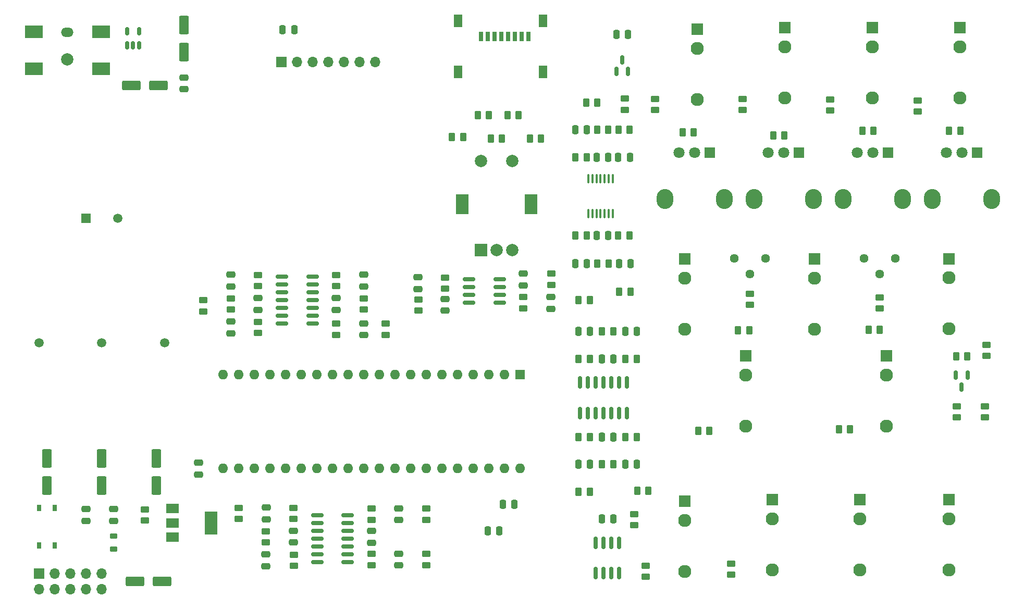
<source format=gbr>
%TF.GenerationSoftware,KiCad,Pcbnew,(6.0.5-0)*%
%TF.CreationDate,2022-09-18T01:29:25-07:00*%
%TF.ProjectId,Seed Test 01.01,53656564-2054-4657-9374-2030312e3031,rev?*%
%TF.SameCoordinates,Original*%
%TF.FileFunction,Soldermask,Top*%
%TF.FilePolarity,Negative*%
%FSLAX46Y46*%
G04 Gerber Fmt 4.6, Leading zero omitted, Abs format (unit mm)*
G04 Created by KiCad (PCBNEW (6.0.5-0)) date 2022-09-18 01:29:25*
%MOMM*%
%LPD*%
G01*
G04 APERTURE LIST*
G04 Aperture macros list*
%AMRoundRect*
0 Rectangle with rounded corners*
0 $1 Rounding radius*
0 $2 $3 $4 $5 $6 $7 $8 $9 X,Y pos of 4 corners*
0 Add a 4 corners polygon primitive as box body*
4,1,4,$2,$3,$4,$5,$6,$7,$8,$9,$2,$3,0*
0 Add four circle primitives for the rounded corners*
1,1,$1+$1,$2,$3*
1,1,$1+$1,$4,$5*
1,1,$1+$1,$6,$7*
1,1,$1+$1,$8,$9*
0 Add four rect primitives between the rounded corners*
20,1,$1+$1,$2,$3,$4,$5,0*
20,1,$1+$1,$4,$5,$6,$7,0*
20,1,$1+$1,$6,$7,$8,$9,0*
20,1,$1+$1,$8,$9,$2,$3,0*%
G04 Aperture macros list end*
%ADD10RoundRect,0.250000X-0.475000X0.250000X-0.475000X-0.250000X0.475000X-0.250000X0.475000X0.250000X0*%
%ADD11RoundRect,0.250000X-0.450000X0.262500X-0.450000X-0.262500X0.450000X-0.262500X0.450000X0.262500X0*%
%ADD12RoundRect,0.250000X0.450000X-0.262500X0.450000X0.262500X-0.450000X0.262500X-0.450000X-0.262500X0*%
%ADD13RoundRect,0.250000X0.262500X0.450000X-0.262500X0.450000X-0.262500X-0.450000X0.262500X-0.450000X0*%
%ADD14RoundRect,0.250000X0.250000X0.475000X-0.250000X0.475000X-0.250000X-0.475000X0.250000X-0.475000X0*%
%ADD15RoundRect,0.150000X0.150000X-0.825000X0.150000X0.825000X-0.150000X0.825000X-0.150000X-0.825000X0*%
%ADD16RoundRect,0.250000X-0.250000X-0.475000X0.250000X-0.475000X0.250000X0.475000X-0.250000X0.475000X0*%
%ADD17RoundRect,0.250000X-0.262500X-0.450000X0.262500X-0.450000X0.262500X0.450000X-0.262500X0.450000X0*%
%ADD18R,1.700000X1.700000*%
%ADD19O,1.700000X1.700000*%
%ADD20C,1.440000*%
%ADD21RoundRect,0.250000X0.475000X-0.250000X0.475000X0.250000X-0.475000X0.250000X-0.475000X-0.250000X0*%
%ADD22R,0.800000X1.000000*%
%ADD23R,1.930000X1.830000*%
%ADD24C,2.130000*%
%ADD25O,2.720000X3.240000*%
%ADD26R,1.800000X1.800000*%
%ADD27C,1.800000*%
%ADD28R,2.000000X2.000000*%
%ADD29C,2.000000*%
%ADD30R,2.000000X3.200000*%
%ADD31R,0.800000X1.500000*%
%ADD32R,1.450000X2.000000*%
%ADD33RoundRect,0.150000X-0.150000X0.587500X-0.150000X-0.587500X0.150000X-0.587500X0.150000X0.587500X0*%
%ADD34RoundRect,0.150000X0.150000X-0.512500X0.150000X0.512500X-0.150000X0.512500X-0.150000X-0.512500X0*%
%ADD35RoundRect,0.218750X-0.381250X0.218750X-0.381250X-0.218750X0.381250X-0.218750X0.381250X0.218750X0*%
%ADD36R,1.600000X1.600000*%
%ADD37O,1.600000X1.600000*%
%ADD38RoundRect,0.250000X-1.250000X-0.550000X1.250000X-0.550000X1.250000X0.550000X-1.250000X0.550000X0*%
%ADD39RoundRect,0.100000X0.100000X-0.637500X0.100000X0.637500X-0.100000X0.637500X-0.100000X-0.637500X0*%
%ADD40R,2.000000X1.500000*%
%ADD41R,2.000000X3.800000*%
%ADD42RoundRect,0.250000X-0.550000X1.250000X-0.550000X-1.250000X0.550000X-1.250000X0.550000X1.250000X0*%
%ADD43RoundRect,0.150000X0.150000X-0.587500X0.150000X0.587500X-0.150000X0.587500X-0.150000X-0.587500X0*%
%ADD44RoundRect,0.150000X-0.825000X-0.150000X0.825000X-0.150000X0.825000X0.150000X-0.825000X0.150000X0*%
%ADD45RoundRect,0.250000X0.550000X-1.250000X0.550000X1.250000X-0.550000X1.250000X-0.550000X-1.250000X0*%
%ADD46R,1.500000X1.500000*%
%ADD47C,1.500000*%
%ADD48O,2.000000X1.500000*%
%ADD49R,3.000000X2.000000*%
G04 APERTURE END LIST*
D10*
%TO.C,C17*%
X109163000Y-135302500D03*
X109163000Y-137202500D03*
%TD*%
D11*
%TO.C,R32*%
X128629000Y-97798436D03*
X128629000Y-99623436D03*
%TD*%
D12*
%TO.C,R14*%
X113735000Y-137165000D03*
X113735000Y-135340000D03*
%TD*%
D13*
%TO.C,R53*%
X169446500Y-116210000D03*
X167621500Y-116210000D03*
%TD*%
D14*
%TO.C,C3*%
X147132000Y-131450000D03*
X145232000Y-131450000D03*
%TD*%
D15*
%TO.C,U1*%
X162819000Y-138370000D03*
X164089000Y-138370000D03*
X165359000Y-138370000D03*
X166629000Y-138370000D03*
X166629000Y-133420000D03*
X165359000Y-133420000D03*
X164089000Y-133420000D03*
X162819000Y-133420000D03*
%TD*%
D16*
%TO.C,C8*%
X111931000Y-50069936D03*
X113831000Y-50069936D03*
%TD*%
D15*
%TO.C,U7*%
X160279000Y-112335000D03*
X161549000Y-112335000D03*
X162819000Y-112335000D03*
X164089000Y-112335000D03*
X165359000Y-112335000D03*
X166629000Y-112335000D03*
X167899000Y-112335000D03*
X167899000Y-107385000D03*
X166629000Y-107385000D03*
X165359000Y-107385000D03*
X164089000Y-107385000D03*
X162819000Y-107385000D03*
X161549000Y-107385000D03*
X160279000Y-107385000D03*
%TD*%
D17*
%TO.C,R30*%
X159493500Y-83444000D03*
X161318500Y-83444000D03*
%TD*%
D18*
%TO.C,J4*%
X72395000Y-138435000D03*
D19*
X72395000Y-140975000D03*
X74935000Y-138435000D03*
X74935000Y-140975000D03*
X77475000Y-138435000D03*
X77475000Y-140975000D03*
X80015000Y-138435000D03*
X80015000Y-140975000D03*
X82555000Y-138435000D03*
X82555000Y-140975000D03*
%TD*%
D16*
%TO.C,C36*%
X167584000Y-120655000D03*
X169484000Y-120655000D03*
%TD*%
D12*
%TO.C,R61*%
X155553000Y-91518936D03*
X155553000Y-89693936D03*
%TD*%
D11*
%TO.C,R13*%
X135260000Y-135236500D03*
X135260000Y-137061500D03*
%TD*%
D20*
%TO.C,RV6*%
X211445000Y-87172000D03*
X208905000Y-89712000D03*
X206365000Y-87172000D03*
%TD*%
D21*
%TO.C,C18*%
X130815000Y-129733000D03*
X130815000Y-127833000D03*
%TD*%
D17*
%TO.C,R20*%
X176892500Y-66680000D03*
X178717500Y-66680000D03*
%TD*%
D22*
%TO.C,D1*%
X72395000Y-133890000D03*
X74935000Y-133890000D03*
X74935000Y-127740000D03*
X72395000Y-127740000D03*
%TD*%
D14*
%TO.C,C37*%
X164851000Y-83444000D03*
X162951000Y-83444000D03*
%TD*%
D17*
%TO.C,R59*%
X221342500Y-103080500D03*
X223167500Y-103080500D03*
%TD*%
D11*
%TO.C,R38*%
X120655000Y-89897500D03*
X120655000Y-91722500D03*
%TD*%
D16*
%TO.C,C38*%
X162946000Y-70744000D03*
X164846000Y-70744000D03*
%TD*%
D11*
%TO.C,R48*%
X133963000Y-93861436D03*
X133963000Y-95686436D03*
%TD*%
D16*
%TO.C,C32*%
X167584000Y-99065000D03*
X169484000Y-99065000D03*
%TD*%
D13*
%TO.C,R51*%
X187734500Y-98921000D03*
X185909500Y-98921000D03*
%TD*%
D12*
%TO.C,R25*%
X200919000Y-63186000D03*
X200919000Y-61361000D03*
%TD*%
D10*
%TO.C,C21*%
X107955000Y-93670000D03*
X107955000Y-95570000D03*
%TD*%
D11*
%TO.C,R57*%
X138343000Y-90328936D03*
X138343000Y-92153936D03*
%TD*%
D23*
%TO.C,J9*%
X207777000Y-49724000D03*
D24*
X207777000Y-61124000D03*
X207777000Y-52824000D03*
%TD*%
D13*
%TO.C,R55*%
X171351500Y-124999936D03*
X169526500Y-124999936D03*
%TD*%
D25*
%TO.C,RV2*%
X198139000Y-77544000D03*
X188539000Y-77544000D03*
D26*
X195839000Y-70044000D03*
D27*
X193339000Y-70044000D03*
X190839000Y-70044000D03*
%TD*%
D14*
%TO.C,C34*%
X161356000Y-66299000D03*
X159456000Y-66299000D03*
%TD*%
D28*
%TO.C,SW1*%
X144190000Y-85868000D03*
D29*
X149190000Y-85868000D03*
X146690000Y-85868000D03*
D30*
X141090000Y-78368000D03*
X152290000Y-78368000D03*
D29*
X149190000Y-71368000D03*
X144190000Y-71368000D03*
%TD*%
D14*
%TO.C,C35*%
X161864000Y-99065000D03*
X159964000Y-99065000D03*
%TD*%
D13*
%TO.C,R24*%
X164823700Y-66299000D03*
X162998700Y-66299000D03*
%TD*%
D23*
%TO.C,J11*%
X177297000Y-87316000D03*
D24*
X177297000Y-98716000D03*
X177297000Y-90416000D03*
%TD*%
D11*
%TO.C,R60*%
X221493000Y-111233500D03*
X221493000Y-113058500D03*
%TD*%
D10*
%TO.C,C31*%
X103510000Y-97480000D03*
X103510000Y-99380000D03*
%TD*%
D13*
%TO.C,R50*%
X165636500Y-120655000D03*
X163811500Y-120655000D03*
%TD*%
D31*
%TO.C,J3*%
X144125000Y-51160000D03*
X145225000Y-51160000D03*
X146325000Y-51160000D03*
X147425000Y-51160000D03*
X148525000Y-51160000D03*
X149625000Y-51160000D03*
X150725000Y-51160000D03*
X151825000Y-51160000D03*
D32*
X140450000Y-48560000D03*
X154200000Y-56860000D03*
X154200000Y-48560000D03*
X140450000Y-56860000D03*
%TD*%
D23*
%TO.C,J6*%
X210063000Y-103064000D03*
D24*
X210063000Y-114464000D03*
X210063000Y-106164000D03*
%TD*%
D12*
%TO.C,R7*%
X167491000Y-63047436D03*
X167491000Y-61222436D03*
%TD*%
D33*
%TO.C,Q1*%
X223205000Y-106207000D03*
X221305000Y-106207000D03*
X222255000Y-108082000D03*
%TD*%
D17*
%TO.C,R45*%
X160001500Y-116210000D03*
X161826500Y-116210000D03*
%TD*%
D11*
%TO.C,R16*%
X104780000Y-127720000D03*
X104780000Y-129545000D03*
%TD*%
D34*
%TO.C,U2*%
X86685000Y-52577500D03*
X87635000Y-52577500D03*
X88585000Y-52577500D03*
X88585000Y-50302500D03*
X86685000Y-50302500D03*
%TD*%
D25*
%TO.C,RV1*%
X183661000Y-77544000D03*
X174061000Y-77544000D03*
D26*
X181361000Y-70044000D03*
D27*
X178861000Y-70044000D03*
X176361000Y-70044000D03*
%TD*%
D23*
%TO.C,J7*%
X179329000Y-49978000D03*
D24*
X179329000Y-61378000D03*
X179329000Y-53078000D03*
%TD*%
D21*
%TO.C,C19*%
X113670000Y-133350000D03*
X113670000Y-131450000D03*
%TD*%
D35*
%TO.C,L1*%
X84460000Y-132292500D03*
X84460000Y-134417500D03*
%TD*%
D13*
%TO.C,R43*%
X161826500Y-125100000D03*
X160001500Y-125100000D03*
%TD*%
D12*
%TO.C,R40*%
X184763000Y-138612436D03*
X184763000Y-136787436D03*
%TD*%
D21*
%TO.C,C29*%
X103510000Y-91760000D03*
X103510000Y-89860000D03*
%TD*%
D23*
%TO.C,J16*%
X220223000Y-87254000D03*
D24*
X220223000Y-98654000D03*
X220223000Y-90354000D03*
%TD*%
D11*
%TO.C,R42*%
X169042000Y-128759500D03*
X169042000Y-130584500D03*
%TD*%
D18*
%TO.C,J2*%
X111765000Y-55250000D03*
D19*
X114305000Y-55250000D03*
X116845000Y-55250000D03*
X119385000Y-55250000D03*
X121925000Y-55250000D03*
X124465000Y-55250000D03*
X127005000Y-55250000D03*
%TD*%
D17*
%TO.C,R26*%
X206102500Y-66426000D03*
X207927500Y-66426000D03*
%TD*%
D11*
%TO.C,R10*%
X113670000Y-127720000D03*
X113670000Y-129545000D03*
%TD*%
D17*
%TO.C,R9*%
X202292500Y-114940000D03*
X204117500Y-114940000D03*
%TD*%
D12*
%TO.C,R37*%
X99065000Y-95810000D03*
X99065000Y-93985000D03*
%TD*%
D36*
%TO.C,J1*%
X150495000Y-106045000D03*
D37*
X147955000Y-106045000D03*
X145415000Y-106045000D03*
X142875000Y-106045000D03*
X140335000Y-106045000D03*
X137795000Y-106045000D03*
X135255000Y-106045000D03*
X132715000Y-106045000D03*
X130175000Y-106045000D03*
X127635000Y-106045000D03*
X125095000Y-106045000D03*
X122555000Y-106045000D03*
X120015000Y-106045000D03*
X117475000Y-106045000D03*
X114935000Y-106045000D03*
X112395000Y-106045000D03*
X109855000Y-106045000D03*
X107315000Y-106045000D03*
X104775000Y-106045000D03*
X102235000Y-106045000D03*
X102235000Y-121285000D03*
X104775000Y-121285000D03*
X107315000Y-121285000D03*
X109855000Y-121285000D03*
X112395000Y-121285000D03*
X114935000Y-121285000D03*
X117475000Y-121285000D03*
X120015000Y-121285000D03*
X122555000Y-121285000D03*
X125095000Y-121285000D03*
X127635000Y-121285000D03*
X130175000Y-121285000D03*
X132715000Y-121285000D03*
X135255000Y-121285000D03*
X137795000Y-121285000D03*
X140335000Y-121285000D03*
X142875000Y-121285000D03*
X145415000Y-121285000D03*
X147955000Y-121285000D03*
X150495000Y-121285000D03*
%TD*%
D38*
%TO.C,C5*%
X87340000Y-59060000D03*
X91740000Y-59060000D03*
%TD*%
D10*
%TO.C,C39*%
X151043000Y-89698936D03*
X151043000Y-91598936D03*
%TD*%
D12*
%TO.C,R56*%
X187823000Y-94777000D03*
X187823000Y-92952000D03*
%TD*%
D39*
%TO.C,U8*%
X161631000Y-79956500D03*
X162281000Y-79956500D03*
X162931000Y-79956500D03*
X163581000Y-79956500D03*
X164231000Y-79956500D03*
X164881000Y-79956500D03*
X165531000Y-79956500D03*
X165531000Y-74231500D03*
X164881000Y-74231500D03*
X164231000Y-74231500D03*
X163581000Y-74231500D03*
X162931000Y-74231500D03*
X162281000Y-74231500D03*
X161631000Y-74231500D03*
%TD*%
D40*
%TO.C,U3*%
X94010000Y-127880000D03*
X94010000Y-130180000D03*
X94010000Y-132480000D03*
D41*
X100310000Y-130180000D03*
%TD*%
D42*
%TO.C,C7*%
X73665000Y-119725000D03*
X73665000Y-124125000D03*
%TD*%
D10*
%TO.C,C1*%
X98303000Y-120406000D03*
X98303000Y-122306000D03*
%TD*%
D25*
%TO.C,RV3*%
X203017000Y-77544000D03*
X212617000Y-77544000D03*
D26*
X210317000Y-70044000D03*
D27*
X207817000Y-70044000D03*
X205317000Y-70044000D03*
%TD*%
D23*
%TO.C,J15*%
X205745000Y-126432000D03*
D24*
X205745000Y-137832000D03*
X205745000Y-129532000D03*
%TD*%
D17*
%TO.C,R49*%
X163811500Y-99065000D03*
X165636500Y-99065000D03*
%TD*%
D21*
%TO.C,C30*%
X125100000Y-91760000D03*
X125100000Y-89860000D03*
%TD*%
D11*
%TO.C,R33*%
X103510000Y-93707500D03*
X103510000Y-95532500D03*
%TD*%
D43*
%TO.C,U4*%
X166163500Y-56822500D03*
X168063500Y-56822500D03*
X167113500Y-54947500D03*
%TD*%
D13*
%TO.C,R54*%
X161826500Y-93985000D03*
X160001500Y-93985000D03*
%TD*%
D21*
%TO.C,C41*%
X133898000Y-92191436D03*
X133898000Y-90291436D03*
%TD*%
D13*
%TO.C,R46*%
X168303500Y-66299000D03*
X166478500Y-66299000D03*
%TD*%
D12*
%TO.C,R39*%
X107955000Y-99342500D03*
X107955000Y-97517500D03*
%TD*%
%TO.C,R41*%
X170920000Y-138966500D03*
X170920000Y-137141500D03*
%TD*%
D13*
%TO.C,R44*%
X169446500Y-103510000D03*
X167621500Y-103510000D03*
%TD*%
D14*
%TO.C,C33*%
X161864000Y-120655000D03*
X159964000Y-120655000D03*
%TD*%
D17*
%TO.C,R47*%
X159493500Y-70744000D03*
X161318500Y-70744000D03*
%TD*%
%TO.C,R23*%
X191624500Y-67188000D03*
X193449500Y-67188000D03*
%TD*%
D44*
%TO.C,U6*%
X111830000Y-90175000D03*
X111830000Y-91445000D03*
X111830000Y-92715000D03*
X111830000Y-93985000D03*
X111830000Y-95255000D03*
X111830000Y-96525000D03*
X111830000Y-97795000D03*
X116780000Y-97795000D03*
X116780000Y-96525000D03*
X116780000Y-95255000D03*
X116780000Y-93985000D03*
X116780000Y-92715000D03*
X116780000Y-91445000D03*
X116780000Y-90175000D03*
%TD*%
D17*
%TO.C,R52*%
X160001500Y-103510000D03*
X161826500Y-103510000D03*
%TD*%
D23*
%TO.C,J10*%
X222001000Y-49724000D03*
D24*
X222001000Y-61124000D03*
X222001000Y-52824000D03*
%TD*%
D12*
%TO.C,R11*%
X126370000Y-137061500D03*
X126370000Y-135236500D03*
%TD*%
D16*
%TO.C,C23*%
X163774000Y-116210000D03*
X165674000Y-116210000D03*
%TD*%
D21*
%TO.C,C22*%
X120655000Y-95570000D03*
X120655000Y-93670000D03*
%TD*%
D10*
%TO.C,C9*%
X84460000Y-127960000D03*
X84460000Y-129860000D03*
%TD*%
%TO.C,C4*%
X95890000Y-57790000D03*
X95890000Y-59690000D03*
%TD*%
D23*
%TO.C,J17*%
X198379000Y-87316000D03*
D24*
X198379000Y-98716000D03*
X198379000Y-90416000D03*
%TD*%
D12*
%TO.C,R58*%
X226319000Y-103049000D03*
X226319000Y-101224000D03*
%TD*%
D44*
%TO.C,U5*%
X117545000Y-128910000D03*
X117545000Y-130180000D03*
X117545000Y-131450000D03*
X117545000Y-132720000D03*
X117545000Y-133990000D03*
X117545000Y-135260000D03*
X117545000Y-136530000D03*
X122495000Y-136530000D03*
X122495000Y-135260000D03*
X122495000Y-133990000D03*
X122495000Y-132720000D03*
X122495000Y-131450000D03*
X122495000Y-130180000D03*
X122495000Y-128910000D03*
%TD*%
D21*
%TO.C,C40*%
X138343000Y-95681436D03*
X138343000Y-93781436D03*
%TD*%
D14*
%TO.C,C43*%
X165674000Y-129545000D03*
X163774000Y-129545000D03*
%TD*%
D11*
%TO.C,R65*%
X151043000Y-93503936D03*
X151043000Y-95328936D03*
%TD*%
D25*
%TO.C,RV4*%
X227095000Y-77544000D03*
X217495000Y-77544000D03*
D26*
X224795000Y-70044000D03*
D27*
X222295000Y-70044000D03*
X219795000Y-70044000D03*
%TD*%
D23*
%TO.C,J12*%
X177297000Y-126686000D03*
D24*
X177297000Y-138086000D03*
X177297000Y-129786000D03*
%TD*%
D12*
%TO.C,R22*%
X186695000Y-63082500D03*
X186695000Y-61257500D03*
%TD*%
D23*
%TO.C,J5*%
X187203000Y-103064000D03*
D24*
X187203000Y-114464000D03*
X187203000Y-106164000D03*
%TD*%
D10*
%TO.C,C28*%
X125100000Y-97757500D03*
X125100000Y-99657500D03*
%TD*%
D13*
%TO.C,R5*%
X145443500Y-63886000D03*
X143618500Y-63886000D03*
%TD*%
D12*
%TO.C,R19*%
X172471000Y-63082500D03*
X172471000Y-61257500D03*
%TD*%
D44*
%TO.C,U9*%
X142218000Y-90606436D03*
X142218000Y-91876436D03*
X142218000Y-93146436D03*
X142218000Y-94416436D03*
X147168000Y-94416436D03*
X147168000Y-93146436D03*
X147168000Y-91876436D03*
X147168000Y-90606436D03*
%TD*%
D23*
%TO.C,J13*%
X191521000Y-126432000D03*
D24*
X191521000Y-137832000D03*
X191521000Y-129532000D03*
%TD*%
D11*
%TO.C,R17*%
X135260000Y-127870500D03*
X135260000Y-129695500D03*
%TD*%
D12*
%TO.C,R64*%
X226065000Y-113058500D03*
X226065000Y-111233500D03*
%TD*%
D45*
%TO.C,C6*%
X82555000Y-124125000D03*
X82555000Y-119725000D03*
%TD*%
D17*
%TO.C,R8*%
X179432500Y-115194000D03*
X181257500Y-115194000D03*
%TD*%
%TO.C,R1*%
X152104000Y-67696000D03*
X153929000Y-67696000D03*
%TD*%
D21*
%TO.C,C20*%
X126370000Y-133392500D03*
X126370000Y-131492500D03*
%TD*%
%TO.C,C42*%
X155488000Y-95403936D03*
X155488000Y-93503936D03*
%TD*%
D14*
%TO.C,C25*%
X161356000Y-88016000D03*
X159456000Y-88016000D03*
%TD*%
D11*
%TO.C,R6*%
X89540000Y-127997500D03*
X89540000Y-129822500D03*
%TD*%
%TO.C,R36*%
X125100000Y-93707500D03*
X125100000Y-95532500D03*
%TD*%
D17*
%TO.C,R29*%
X220223000Y-66426000D03*
X222048000Y-66426000D03*
%TD*%
D23*
%TO.C,J14*%
X220223000Y-126432000D03*
D24*
X220223000Y-137832000D03*
X220223000Y-129532000D03*
%TD*%
D16*
%TO.C,C27*%
X166441000Y-70744000D03*
X168341000Y-70744000D03*
%TD*%
D13*
%TO.C,R62*%
X208943500Y-98811000D03*
X207118500Y-98811000D03*
%TD*%
%TO.C,R21*%
X168430500Y-92588000D03*
X166605500Y-92588000D03*
%TD*%
D16*
%TO.C,C2*%
X147706000Y-127132000D03*
X149606000Y-127132000D03*
%TD*%
D13*
%TO.C,R4*%
X141276000Y-67442000D03*
X139451000Y-67442000D03*
%TD*%
D12*
%TO.C,R63*%
X208920000Y-95343500D03*
X208920000Y-93518500D03*
%TD*%
D45*
%TO.C,C13*%
X91445000Y-124125000D03*
X91445000Y-119725000D03*
%TD*%
D16*
%TO.C,C26*%
X166568000Y-88016000D03*
X168468000Y-88016000D03*
%TD*%
D21*
%TO.C,C10*%
X80015000Y-129860000D03*
X80015000Y-127960000D03*
%TD*%
D12*
%TO.C,R12*%
X109163000Y-133355000D03*
X109163000Y-131530000D03*
%TD*%
D13*
%TO.C,R31*%
X168280000Y-83444000D03*
X166455000Y-83444000D03*
%TD*%
D16*
%TO.C,C24*%
X163774000Y-103510000D03*
X165674000Y-103510000D03*
%TD*%
D11*
%TO.C,R15*%
X126370000Y-127870500D03*
X126370000Y-129695500D03*
%TD*%
D42*
%TO.C,C11*%
X95890000Y-49240000D03*
X95890000Y-53640000D03*
%TD*%
D46*
%TO.C,PS1*%
X80015000Y-80650000D03*
D47*
X85115000Y-80650000D03*
X72355000Y-100950000D03*
X82555000Y-100950000D03*
X92755000Y-100950000D03*
%TD*%
D17*
%TO.C,R27*%
X161244500Y-61854000D03*
X163069500Y-61854000D03*
%TD*%
D29*
%TO.C,J18*%
X76967000Y-54843000D03*
D48*
X76967000Y-50443000D03*
D49*
X82467000Y-50343000D03*
X82467000Y-56343000D03*
X71467000Y-56343000D03*
X71467000Y-50343000D03*
%TD*%
D38*
%TO.C,C12*%
X87975000Y-139705000D03*
X92375000Y-139705000D03*
%TD*%
D16*
%TO.C,C14*%
X166163500Y-50805000D03*
X168063500Y-50805000D03*
%TD*%
D11*
%TO.C,R35*%
X107955000Y-89897500D03*
X107955000Y-91722500D03*
%TD*%
D12*
%TO.C,R34*%
X120655000Y-99620000D03*
X120655000Y-97795000D03*
%TD*%
D13*
%TO.C,R3*%
X147579000Y-67696000D03*
X145754000Y-67696000D03*
%TD*%
D12*
%TO.C,R28*%
X215143000Y-63336500D03*
X215143000Y-61511500D03*
%TD*%
D17*
%TO.C,R18*%
X163049500Y-88016000D03*
X164874500Y-88016000D03*
%TD*%
D21*
%TO.C,C15*%
X109290000Y-129582500D03*
X109290000Y-127682500D03*
%TD*%
D20*
%TO.C,RV5*%
X190363000Y-87172000D03*
X187823000Y-89712000D03*
X185283000Y-87172000D03*
%TD*%
D23*
%TO.C,J8*%
X193553000Y-49724000D03*
D24*
X193553000Y-61124000D03*
X193553000Y-52824000D03*
%TD*%
D10*
%TO.C,C16*%
X130815000Y-135199000D03*
X130815000Y-137099000D03*
%TD*%
D17*
%TO.C,R2*%
X148444500Y-63886000D03*
X150269500Y-63886000D03*
%TD*%
M02*

</source>
